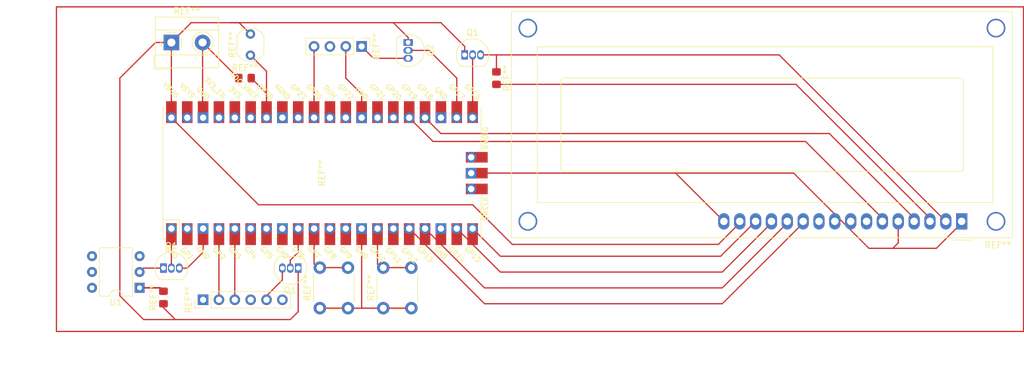
<source format=kicad_pcb>
(kicad_pcb (version 20211014) (generator pcbnew)
  (layers (0 "F.Cu" signal) (31 "B.Cu" signal) (34 "B.Paste" user) (35 "F.Paste" user) (36 "B.SilkS" user "B.Silkscreen") (37 "F.SilkS" user "F.Silkscreen") (38 "B.Mask" user) (39 "F.Mask" user) (44 "Edge.Cuts" user))
  (net 0 "")
  (footprint "Connector_PinHeader_2.54mm:PinHeader_1x04_P2.54mm_Vertical" (layer "F.Cu") (at 140.97 35.56 -90)
    (fp_text reference "REF**" (at 0 -2.33 90) (layer "F.SilkS"))
    (fp_text value "PinHeader_1x04_P2.54mm_Vertical")
    (fp_line (start -1.33 0) (end -1.33 -1.33) (layer "F.SilkS") (width 0.12))
    (fp_line (start -1.33 8.95) (end 1.33 8.95) (layer "F.SilkS") (width 0.12))
    (fp_line (start -1.33 1.27) (end -1.33 8.95) (layer "F.SilkS") (width 0.12))
    (fp_line (start -1.33 1.27) (end 1.33 1.27) (layer "F.SilkS") (width 0.12))
    (fp_line (start -1.33 -1.33) (end 0 -1.33) (layer "F.SilkS") (width 0.12))
    (fp_line (start 1.33 1.27) (end 1.33 8.95) (layer "F.SilkS") (width 0.12))
    (pad "1" thru_hole rect (at 0 0 270) (size 1.7 1.7) (drill 1) (layers F&B.Cu *.Mask))
    (pad "2" thru_hole oval (at 0 2.54 270) (size 1.7 1.7) (drill 1) (layers F&B.Cu *.Mask))
    (pad "3" thru_hole oval (at 0 5.08 270) (size 1.7 1.7) (drill 1) (layers F&B.Cu *.Mask))
    (pad "4" thru_hole oval (at 0 7.62 270) (size 1.7 1.7) (drill 1) (layers F&B.Cu *.Mask))
  )
  (footprint "TerminalBlock_MetzConnect:TerminalBlock_MetzConnect_Type055_RT01502HDWU_1x02_P5.00mm_Horizontal" (layer "F.Cu") (at 110.49 34.925)
    (fp_text reference "REF**" (at 2.5 -5.06) (layer "F.SilkS"))
    (fp_text value "TerminalBlock_MetzConnect_Type055_RT01502HDWU_1x02_P5.00mm_Horizontal")
    (fp_line (start -2.56 -4.06) (end 7.56 -4.06) (layer "F.SilkS") (width 0.12))
    (fp_line (start -2.56 -2) (end 7.56 -2) (layer "F.SilkS") (width 0.12))
    (fp_line (start -2.56 -4.06) (end -2.56 4.06) (layer "F.SilkS") (width 0.12))
    (fp_line (start 3.99 1.216) (end 3.931 1.274) (layer "F.SilkS") (width 0.12))
    (fp_line (start -2.56 2) (end 7.56 2) (layer "F.SilkS") (width 0.12))
    (fp_line (start -2.8 2.06) (end -2.8 4.3) (layer "F.SilkS") (width 0.12))
    (fp_line (start 6.07 -1.275) (end 6.011 -1.216) (layer "F.SilkS") (width 0.12))
    (fp_line (start -2.56 4.06) (end 7.56 4.06) (layer "F.SilkS") (width 0.12))
    (fp_line (start 3.82 0.976) (end 3.726 1.069) (layer "F.SilkS") (width 0.12))
    (fp_line (start -2.8 4.3) (end -0.8 4.3) (layer "F.SilkS") (width 0.12))
    (fp_line (start 7.56 -4.06) (end 7.56 4.06) (layer "F.SilkS") (width 0.12))
    (fp_line (start 6.275 -1.069) (end 6.181 -0.976) (layer "F.SilkS") (width 0.12))
    (fp_arc (start 1.483953 -0.789089) (mid 1.680708 -0.00005) (end 1.484 0.789) (layer "F.SilkS") (width 0.12))
    (fp_arc (start -1.483953 0.789089) (mid -1.680708 0.00005) (end -1.484 -0.789) (layer "F.SilkS") (width 0.12))
    (fp_arc (start 0.788712 1.483352) (mid 0.406429 1.630097) (end 0 1.68) (layer "F.SilkS") (width 0.12))
    (fp_arc (start 0.029383 1.68045) (mid -0.392304 1.634281) (end -0.789 1.484) (layer "F.SilkS") (width 0.12))
    (fp_arc (start -0.789089 -1.483953) (mid -0.00005 -1.680708) (end 0.789 -1.484) (layer "F.SilkS") (width 0.12))
    (fp_circle (center 5 0) (end 6.68 0) (layer "F.SilkS") (width 0.12) (fill none))
    (pad "1" thru_hole rect (at 0 0) (size 2.5 2.5) (drill 1.3) (layers F&B.Cu *.Mask))
    (pad "2" thru_hole circle (at 5 0) (size 2.5 2.5) (drill 1.3) (layers F&B.Cu *.Mask))
  )
  (footprint "Resistor_SMD:R_0805_2012Metric_Pad1.20x1.40mm_HandSolder" (layer "F.Cu") (at 109.22 75.835 90)
    (fp_text reference "REF**" (at 0 -1.65 90) (layer "F.SilkS"))
    (fp_text value ".")
    (fp_line (start -0.227064 0.735) (end 0.227064 0.735) (layer "F.SilkS") (width 0.12))
    (fp_line (start -0.227064 -0.735) (end 0.227064 -0.735) (layer "F.SilkS") (width 0.12))
    (pad "1" smd roundrect (at -1 0 90) (size 1.2 1.4) (layers "F.Cu" "F.Paste" "F.Mask") (roundrect_rratio 0.208333))
    (pad "2" smd roundrect (at 1 0 90) (size 1.2 1.4) (layers "F.Cu" "F.Paste" "F.Mask") (roundrect_rratio 0.208333))
  )
  (footprint "Button_Switch_THT:SW_PUSH_6mm_H5mm" (layer "F.Cu") (at 144.435 77.545 90)
    (fp_text reference "REF**" (at 3.25 -2 90) (layer "F.SilkS"))
    (fp_text value "SW_PUSH_6mm_H5mm")
    (fp_line (start 6.75 3) (end 6.75 1.5) (layer "F.SilkS") (width 0.12))
    (fp_line (start 5.5 -1) (end 1 -1) (layer "F.SilkS") (width 0.12))
    (fp_line (start -0.25 1.5) (end -0.25 3) (layer "F.SilkS") (width 0.12))
    (fp_line (start 1 5.5) (end 5.5 5.5) (layer "F.SilkS") (width 0.12))
    (pad "1" thru_hole circle (at 6.5 0 180) (size 2 2) (drill 1.1) (layers F&B.Cu *.Mask))
    (pad "1" thru_hole circle (at 0 0 180) (size 2 2) (drill 1.1) (layers F&B.Cu *.Mask))
    (pad "2" thru_hole circle (at 6.5 4.5 180) (size 2 2) (drill 1.1) (layers F&B.Cu *.Mask))
    (pad "2" thru_hole circle (at 0 4.5 180) (size 2 2) (drill 1.1) (layers F&B.Cu *.Mask))
  )
  (footprint "Package_TO_SOT_THT:TO-92_Inline" (layer "F.Cu") (at 130.81 71.12 180)
    (fp_text reference "Q1" (at 1.27 -3.56) (layer "F.SilkS"))
    (fp_text value "BC547")
    (fp_line (start -0.53 1.85) (end 3.07 1.85) (layer "F.SilkS") (width 0.12))
    (fp_arc (start 1.27 -2.6) (mid 3.672087 -0.994977) (end 3.108478 1.838478) (layer "F.SilkS") (width 0.12))
    (fp_arc (start -0.568478 1.838478) (mid -1.132087 -0.994977) (end 1.27 -2.6) (layer "F.SilkS") (width 0.12))
    (pad "1" thru_hole rect (at 0 0 180) (size 1.05 1.5) (drill 0.75) (layers F&B.Cu *.Mask))
    (pad "2" thru_hole oval (at 1.27 0 180) (size 1.05 1.5) (drill 0.75) (layers F&B.Cu *.Mask))
    (pad "3" thru_hole oval (at 2.54 0 180) (size 1.05 1.5) (drill 0.75) (layers F&B.Cu *.Mask))
  )
  (footprint "Connector_PinHeader_2.54mm:PinHeader_1x06_P2.54mm_Vertical" (layer "F.Cu") (at 115.57 76.2 90)
    (fp_text reference "REF**" (at 0 -2.33 90) (layer "F.SilkS"))
    (fp_text value "PinHeader_1x06_P2.54mm_Vertical")
    (fp_line (start -1.33 1.27) (end -1.33 14.03) (layer "F.SilkS") (width 0.12))
    (fp_line (start -1.33 14.03) (end 1.33 14.03) (layer "F.SilkS") (width 0.12))
    (fp_line (start -1.33 -1.33) (end 0 -1.33) (layer "F.SilkS") (width 0.12))
    (fp_line (start -1.33 0) (end -1.33 -1.33) (layer "F.SilkS") (width 0.12))
    (fp_line (start -1.33 1.27) (end 1.33 1.27) (layer "F.SilkS") (width 0.12))
    (fp_line (start 1.33 1.27) (end 1.33 14.03) (layer "F.SilkS") (width 0.12))
    (pad "1" thru_hole rect (at 0 0 90) (size 1.7 1.7) (drill 1) (layers F&B.Cu *.Mask))
    (pad "2" thru_hole oval (at 0 2.54 90) (size 1.7 1.7) (drill 1) (layers F&B.Cu *.Mask))
    (pad "3" thru_hole oval (at 0 5.08 90) (size 1.7 1.7) (drill 1) (layers F&B.Cu *.Mask))
    (pad "4" thru_hole oval (at 0 7.62 90) (size 1.7 1.7) (drill 1) (layers F&B.Cu *.Mask))
    (pad "5" thru_hole oval (at 0 10.16 90) (size 1.7 1.7) (drill 1) (layers F&B.Cu *.Mask))
    (pad "6" thru_hole oval (at 0 12.7 90) (size 1.7 1.7) (drill 1) (layers F&B.Cu *.Mask))
  )
  (footprint "Resistor_SMD:R_0805_2012Metric_Pad1.20x1.40mm_HandSolder" (layer "F.Cu") (at 122.285 40.64)
    (fp_text reference "REF**" (at 0 -1.65) (layer "F.SilkS"))
    (fp_text value ".")
    (fp_line (start -0.227064 -0.735) (end 0.227064 -0.735) (layer "F.SilkS") (width 0.12))
    (fp_line (start -0.227064 0.735) (end 0.227064 0.735) (layer "F.SilkS") (width 0.12))
    (pad "1" smd roundrect (at -1 0) (size 1.2 1.4) (layers "F.Cu" "F.Paste" "F.Mask") (roundrect_rratio 0.208333))
    (pad "2" smd roundrect (at 1 0) (size 1.2 1.4) (layers "F.Cu" "F.Paste" "F.Mask") (roundrect_rratio 0.208333))
  )
  (footprint "OptoDevice:R_LDR_5.1x4.3mm_P3.4mm_Vertical" (layer "F.Cu") (at 123.155 36.97 90)
    (fp_text reference "REF**" (at 1.7 -2.9 90) (layer "F.SilkS"))
    (fp_text value ".")
    (fp_line (start 0.15 -2.15) (end 3.2 -2.15) (layer "F.SilkS") (width 0.12))
    (fp_line (start 0.15 2.15) (end 3.2 2.15) (layer "F.SilkS") (width 0.12))
    (fp_arc (start 0.15 2.15) (mid -0.950438 -0.013368) (end 0.171766 -2.165525) (layer "F.SilkS") (width 0.12))
    (fp_arc (start 3.2 -2.15) (mid 4.321403 -0.027338) (end 3.244513 2.118249) (layer "F.SilkS") (width 0.12))
    (pad "1" thru_hole circle (at 0 0 90) (size 1.5 1.5) (drill 0.8) (layers F&B.Cu *.Mask))
    (pad "2" thru_hole circle (at 3.4 0 90) (size 1.5 1.5) (drill 0.8) (layers F&B.Cu *.Mask))
  )
  (footprint "Package_TO_SOT_THT:TO-92_Inline" (layer "F.Cu") (at 148.42 34.925 -90)
    (fp_text reference "Q2" (at 1.27 -3.56 90) (layer "F.SilkS"))
    (fp_text value "BC547")
    (fp_line (start -0.53 1.85) (end 3.07 1.85) (layer "F.SilkS") (width 0.12))
    (fp_arc (start -0.568478 1.838478) (mid -1.132087 -0.994977) (end 1.27 -2.6) (layer "F.SilkS") (width 0.12))
    (fp_arc (start 1.27 -2.6) (mid 3.672087 -0.994977) (end 3.108478 1.838478) (layer "F.SilkS") (width 0.12))
    (pad "1" thru_hole rect (at 0 0 270) (size 1.05 1.5) (drill 0.75) (layers F&B.Cu *.Mask))
    (pad "2" thru_hole oval (at 1.27 0 270) (size 1.05 1.5) (drill 0.75) (layers F&B.Cu *.Mask))
    (pad "3" thru_hole oval (at 2.54 0 270) (size 1.05 1.5) (drill 0.75) (layers F&B.Cu *.Mask))
  )
  (footprint "Display:WC1602A" (layer "F.Cu") (at 237.105 63.6175 180)
    (fp_text reference "REF**" (at -5.82 -3.81) (layer "F.SilkS"))
    (fp_text value "WC1602A")
    (fp_line (start -0.29972 22.49932) (end -0.29972 8.5) (layer "F.SilkS") (width 0.12))
    (fp_line (start 72.14 -2.64) (end -7.34 -2.64) (layer "F.SilkS") (width 0.12))
    (fp_line (start -5 3) (end 68 3) (layer "F.SilkS") (width 0.12))
    (fp_line (start -1.5 -3) (end 1.5 -3) (layer "F.SilkS") (width 0.12))
    (fp_line (start -8.14 -2.64) (end -8.14 33.64) (layer "F.SilkS") (width 0.12))
    (fp_line (start 68 3) (end 68 28) (layer "F.SilkS") (width 0.12))
    (fp_line (start 72.14 33.64) (end 72.14 -2.64) (layer "F.SilkS") (width 0.12))
    (fp_line (start -8.14 33.64) (end 72.14 33.64) (layer "F.SilkS") (width 0.12))
    (fp_line (start 0.2 8) (end 63.7 8) (layer "F.SilkS") (width 0.12))
    (fp_line (start 64.2 8.5) (end 64.2 22.5) (layer "F.SilkS") (width 0.12))
    (fp_line (start 68 28) (end -5 28) (layer "F.SilkS") (width 0.12))
    (fp_line (start -5 28) (end -5 3) (layer "F.SilkS") (width 0.12))
    (fp_line (start -8.13 -2.64) (end -7.34 -2.64) (layer "F.SilkS") (width 0.12))
    (fp_line (start 63.70066 23) (end 0.2 23) (layer "F.SilkS") (width 0.12))
    (fp_arc (start 0.20066 22.9997) (mid -0.153162 22.853142) (end -0.29972 22.49932) (layer "F.SilkS") (width 0.12))
    (fp_arc (start 63.7 8) (mid 64.053553 8.146447) (end 64.2 8.5) (layer "F.SilkS") (width 0.12))
    (fp_arc (start -0.29972 8.49884) (mid -0.153162 8.145018) (end 0.20066 7.99846) (layer "F.SilkS") (width 0.12))
    (fp_arc (start 64.20104 22.49932) (mid 64.054479 22.85315) (end 63.70066 22.9997) (layer "F.SilkS") (width 0.12))
    (pad "" thru_hole circle (at 69.5 0 180) (size 3 3) (drill 2.5) (layers *.Cu *.Mask))
    (pad "" thru_hole circle (at -5.4991 0 180) (size 3 3) (drill 2.5) (layers *.Cu *.Mask))
    (pad "" thru_hole circle (at 69.49948 31.0007 180) (size 3 3) (drill 2.5) (layers *.Cu *.Mask))
    (pad "" thru_hole circle (at -5.4991 31.0007 180) (size 3 3) (drill 2.5) (layers *.Cu *.Mask))
    (pad "1" thru_hole rect (at 0 0 180) (size 1.8 2.6) (drill 1.2) (layers *.Cu *.Mask))
    (pad "2" thru_hole oval (at 2.54 0 180) (size 1.8 2.6) (drill 1.2) (layers *.Cu *.Mask))
    (pad "3" thru_hole oval (at 5.08 0 180) (size 1.8 2.6) (drill 1.2) (layers *.Cu *.Mask))
    (pad "4" thru_hole oval (at 7.62 0 180) (size 1.8 2.6) (drill 1.2) (layers *.Cu *.Mask))
    (pad "5" thru_hole oval (at 10.16 0 180) (size 1.8 2.6) (drill 1.2) (layers *.Cu *.Mask))
    (pad "6" thru_hole oval (at 12.7 0 180) (size 1.8 2.6) (drill 1.2) (layers *.Cu *.Mask))
    (pad "7" thru_hole oval (at 15.24 0 180) (size 1.8 2.6) (drill 1.2) (layers *.Cu *.Mask))
    (pad "8" thru_hole oval (at 17.78 0 180) (size 1.8 2.6) (drill 1.2) (layers *.Cu *.Mask))
    (pad "9" thru_hole oval (at 20.32 0 180) (size 1.8 2.6) (drill 1.2) (layers *.Cu *.Mask))
    (pad "10" thru_hole oval (at 22.86 0 180) (size 1.8 2.6) (drill 1.2) (layers *.Cu *.Mask))
    (pad "11" thru_hole oval (at 25.4 0 180) (size 1.8 2.6) (drill 1.2) (layers *.Cu *.Mask))
    (pad "12" thru_hole oval (at 27.94 0 180) (size 1.8 2.6) (drill 1.2) (layers *.Cu *.Mask))
    (pad "13" thru_hole oval (at 30.48 0 180) (size 1.8 2.6) (drill 1.2) (layers *.Cu *.Mask))
    (pad "14" thru_hole oval (at 33.02 0 180) (size 1.8 2.6) (drill 1.2) (layers *.Cu *.Mask))
    (pad "15" thru_hole oval (at 35.56 0 180) (size 1.8 2.6) (drill 1.2) (layers *.Cu *.Mask))
    (pad "16" thru_hole oval (at 38.1 0 180) (size 1.8 2.6) (drill 1.2) (layers *.Cu *.Mask))
  )
  (footprint "Package_TO_SOT_THT:TO-92_Inline" (layer "F.Cu") (at 157.48 36.915)
    (fp_text reference "Q1" (at 1.27 -3.56) (layer "F.SilkS"))
    (fp_text value "BC547")
    (fp_line (start -0.53 1.85) (end 3.07 1.85) (layer "F.SilkS") (width 0.12))
    (fp_arc (start -0.568478 1.838478) (mid -1.132087 -0.994977) (end 1.27 -2.6) (layer "F.SilkS") (width 0.12))
    (fp_arc (start 1.27 -2.6) (mid 3.672087 -0.994977) (end 3.108478 1.838478) (layer "F.SilkS") (width 0.12))
    (pad "1" thru_hole rect (at 0 0) (size 1.05 1.5) (drill 0.75) (layers F&B.Cu *.Mask))
    (pad "2" thru_hole oval (at 1.27 0) (size 1.05 1.5) (drill 0.75) (layers F&B.Cu *.Mask))
    (pad "3" thru_hole oval (at 2.54 0) (size 1.05 1.5) (drill 0.75) (layers F&B.Cu *.Mask))
  )
  (footprint "MCU_RaspberryPi_and_Boards:RPi_Pico_SMD_TH" (layer "F.Cu") (at 134.62 55.88 90)
    (fp_text reference "REF**" (at 0 0 90) (layer "F.SilkS"))
    (fp_text value "RPi_Pico_SMD_TH")
    (fp_text user "GP13" (at -13.054 16.51 135) (layer "F.SilkS") (effects (font (size 0.8 0.8))))
    (fp_text user "VBUS" (at 13.3 -24.2 135) (layer "F.SilkS") (effects (font (size 0.8 0.8))))
    (fp_text user "GP7" (at -12.7 -1.3 135) (layer "F.SilkS") (effects (font (size 0.8 0.8))))
    (fp_text user "ADC_VREF" (at 14 -12.5 135) (layer "F.SilkS") (effects (font (size 0.8 0.8))))
    (fp_text user "GP15" (at -13.054 24.13 135) (layer "F.SilkS") (effects (font (size 0.8 0.8))))
    (fp_text user "GND" (at 12.8 19.05 135) (layer "F.SilkS") (effects (font (size 0.8 0.8))))
    (fp_text user "GP14" (at -13.1 21.59 135) (layer "F.SilkS") (effects (font (size 0.8 0.8))))
    (fp_text user "GND" (at 12.8 -19.05 135) (layer "F.SilkS") (effects (font (size 0.8 0.8))))
    (fp_text user "GND" (at -12.8 -19.05 135) (layer "F.SilkS") (effects (font (size 0.8 0.8))))
    (fp_text user "GP6" (at -12.8 -3.81 135) (layer "F.SilkS") (effects (font (size 0.8 0.8))))
    (fp_text user "GP4" (at -12.8 -11.43 135) (layer "F.SilkS") (effects (font (size 0.8 0.8))))
    (fp_text user "GP18" (at 13.054 16.51 135) (layer "F.SilkS") (effects (font (size 0.8 0.8))))
    (fp_text user "GP3" (at -12.8 -13.97 135) (layer "F.SilkS") (effects (font (size 0.8 0.8))))
    (fp_text user "GP19" (at 13.054 13.97 135) (layer "F.SilkS") (effects (font (size 0.8 0.8))))
    (fp_text user "GP9" (at -12.8 3.81 135) (layer "F.SilkS") (effects (font (size 0.8 0.8))))
    (fp_text user "GP28" (at 13.054 -9.144 135) (layer "F.SilkS") (effects (font (size 0.8 0.8))))
    (fp_text user "GP26" (at 13.054 -1.27 135) (layer "F.SilkS") (effects (font (size 0.8 0.8))))
    (fp_text user "GP16" (at 13.054 24.13 135) (layer "F.SilkS") (effects (font (size 0.8 0.8))))
    (fp_text user "GP12" (at -13.2 13.97 135) (layer "F.SilkS") (effects (font (size 0.8 0.8))))
    (fp_text user "VSYS" (at 13.2 -21.59 135) (layer "F.SilkS") (effects (font (size 0.8 0.8))))
    (fp_text user "GP22" (at 13.054 3.81 135) (layer "F.SilkS") (effects (font (size 0.8 0.8))))
    (fp_text user "GP5" (at -12.8 -8.89 135) (layer "F.SilkS") (effects (font (size 0.8 0.8))))
    (fp_text user "3V3" (at 12.9 -13.9 135) (layer "F.SilkS") (effects (font (size 0.8 0.8))))
    (fp_text user "GP1" (at -12.9 -21.6 135) (layer "F.SilkS") (effects (font (size 0.8 0.8))))
    (fp_text user "GP2" (at -12.9 -16.51 135) (layer "F.SilkS") (effects (font (size 0.8 0.8))))
    (fp_text user "GP17" (at 13.054 21.59 135) (layer "F.SilkS") (effects (font (size 0.8 0.8))))
    (fp_text user "GND" (at -12.8 6.35 135) (layer "F.SilkS") (effects (font (size 0.8 0.8))))
    (fp_text user "RUN" (at 13 1.27 135) (layer "F.SilkS") (effects (font (size 0.8 0.8))))
    (fp_text user "GP27" (at 13.054 -3.8 135) (layer "F.SilkS") (effects (font (size 0.8 0.8))))
    (fp_text user "GP0" (at -12.8 -24.13 135) (layer "F.SilkS") (effects (font (size 0.8 0.8))))
    (fp_text user "GP8" (at -12.8 1.27 135) (layer "F.SilkS") (effects (font (size 0.8 0.8))))
    (fp_text user "GP21" (at 13.054 8.9 135) (layer "F.SilkS") (effects (font (size 0.8 0.8))))
    (fp_text user "SWDIO" (at 5.6 26.2 90) (layer "F.SilkS") (effects (font (size 0.8 0.8))))
    (fp_text user "GP20" (at 13.054 11.43 135) (layer "F.SilkS") (effects (font (size 0.8 0.8))))
    (fp_text user "GND" (at 12.8 6.35 135) (layer "F.SilkS") (effects (font (size 0.8 0.8))))
    (fp_text user "GP11" (at -13.2 11.43 135) (layer "F.SilkS") (effects (font (size 0.8 0.8))))
    (fp_text user "GP10" (at -13.054 8.89 135) (layer "F.SilkS") (effects (font (size 0.8 0.8))))
    (fp_text user "GND" (at -12.8 -6.35 135) (layer "F.SilkS") (effects (font (size 0.8 0.8))))
    (fp_text user "AGND" (at 13.054 -6.35 135) (layer "F.SilkS") (effects (font (size 0.8 0.8))))
    (fp_text user "SWCLK" (at -5.7 26.2 90) (layer "F.SilkS") (effects (font (size 0.8 0.8))))
    (fp_text user "GND" (at -12.8 19.05 135) (layer "F.SilkS") (effects (font (size 0.8 0.8))))
    (fp_text user "3V3_EN" (at 13.7 -17.2 135) (layer "F.SilkS") (effects (font (size 0.8 0.8))))
    (fp_line (start -10.5 -23.1) (end -10.5 -22.7) (layer "F.SilkS") (width 0.12))
    (fp_line (start -7.493 -22.833) (end -7.493 -25.5) (layer "F.SilkS") (width 0.12))
    (fp_line (start 10.5 -2.7) (end 10.5 -2.3) (layer "F.SilkS") (width 0.12))
    (fp_line (start 10.5 -10.4) (end 10.5 -10) (layer "F.SilkS") (width 0.12))
    (fp_line (start -10.5 -18) (end -10.5 -17.6) (layer "F.SilkS") (width 0.12))
    (fp_line (start 10.5 -15.4) (end 10.5 -15) (layer "F.SilkS") (width 0.12))
    (fp_line (start 10.5 15.1) (end 10.5 15.5) (layer "F.SilkS") (width 0.12))
    (fp_line (start 10.5 -20.5) (end 10.5 -20.1) (layer "F.SilkS") (width 0.12))
    (fp_line (start -10.5 -22.833) (end -7.493 -22.833) (layer "F.SilkS") (width 0.12))
    (fp_line (start -10.5 -0.2) (end -10.5 0.2) (layer "F.SilkS") (width 0.12))
    (fp_line (start 10.5 2.3) (end 10.5 2.7) (layer "F.SilkS") (width 0.12))
    (fp_line (start 10.5 -5.3) (end 10.5 -4.9) (layer "F.SilkS") (width 0.12))
    (fp_line (start -10.5 17.6) (end -10.5 18) (layer "F.SilkS") (width 0.12))
    (fp_line (start 10.5 -23.1) (end 10.5 -22.7) (layer "F.SilkS") (width 0.12))
    (fp_line (start 10.5 -25.5) (end 10.5 -25.2) (layer "F.SilkS") (width 0.12))
    (fp_line (start -10.5 -25.5) (end -10.5 -25.2) (layer "F.SilkS") (width 0.12))
    (fp_line (start 10.5 17.6) (end 10.5 18) (layer "F.SilkS") (width 0.12))
    (fp_line (start -3.7 25.5) (end -10.5 25.5) (layer "F.SilkS") (width 0.12))
    (fp_line (start -10.5 -2.7) (end -10.5 -2.3) (layer "F.SilkS") (width 0.12))
    (fp_line (start 10.5 -12.9) (end 10.5 -12.5) (layer "F.SilkS") (width 0.12))
    (fp_line (start -10.5 -12.9) (end -10.5 -12.5) (layer "F.SilkS") (width 0.12))
    (fp_line (start -10.5 -20.5) (end -10.5 -20.1) (layer "F.SilkS") (width 0.12))
    (fp_line (start -10.5 -25.5) (end 10.5 -25.5) (layer "F.SilkS") (width 0.12))
    (fp_line (start 10.5 7.4) (end 10.5 7.8) (layer "F.SilkS") (width 0.12))
    (fp_line (start 10.5 -7.8) (end 10.5 -7.4) (layer "F.SilkS") (width 0.12))
    (fp_line (start -10.5 10) (end -10.5 10.4) (layer "F.SilkS") (width 0.12))
    (fp_line (start -10.5 -10.4) (end -10.5 -10) (layer "F.SilkS") (width 0.12))
    (fp_line (start 10.5 4.9) (end 10.5 5.3) (layer "F.SilkS") (width 0.12))
    (fp_line (start 10.5 -0.2) (end 10.5 0.2) (layer "F.SilkS") (width 0.12))
    (fp_line (start 10.5 10) (end 10.5 10.4) (layer "F.SilkS") (width 0.12))
    (fp_line (start -1.5 25.5) (end -1.1 25.5) (layer "F.SilkS") (width 0.12))
    (fp_line (start -10.5 -15.4) (end -10.5 -15) (layer "F.SilkS") (width 0.12))
    (fp_line (start 10.5 -18) (end 10.5 -17.6) (layer "F.SilkS") (width 0.12))
    (fp_line (start -10.5 2.3) (end -10.5 2.7) (layer "F.SilkS") (width 0.12))
    (fp_line (start -10.5 -7.8) (end -10.5 -7.4) (layer "F.SilkS") (width 0.12))
    (fp_line (start 10.5 22.7) (end 10.5 23.1) (layer "F.SilkS") (width 0.12))
    (fp_line (start -10.5 7.4) (end -10.5 7.8) (layer "F.SilkS") (width 0.12))
    (fp_line (start 10.5 25.5) (end 3.7 25.5) (layer "F.SilkS") (width 0.12))
    (fp_line (start -10.5 -5.3) (end -10.5 -4.9) (layer "F.SilkS") (width 0.12))
    (fp_line (start 10.5 20.1) (end 10.5 20.5) (layer "F.SilkS") (width 0.12))
    (fp_line (start -10.5 20.1) (end -10.5 20.5) (layer "F.SilkS") (width 0.12))
    (fp_line (start -10.5 15.1) (end -10.5 15.5) (layer "F.SilkS") (width 0.12))
    (fp_line (start 1.1 25.5) (end 1.5 25.5) (layer "F.SilkS") (width 0.12))
    (fp_line (start -10.5 4.9) (end -10.5 5.3) (layer "F.SilkS") (width 0.12))
    (fp_line (start -10.5 22.7) (end -10.5 23.1) (layer "F.SilkS") (width 0.12))
    (fp_line (start 10.5 12.5) (end 10.5 12.9) (layer "F.SilkS") (width 0.12))
    (fp_line (start -10.5 12.5) (end -10.5 12.9) (layer "F.SilkS") (width 0.12))
    (pad "" np_thru_hole oval (at 2.725 -24 90) (size 1.8 1.8) (drill 1.8) (layers *.Cu *.Mask))
    (pad "" np_thru_hole oval (at -2.725 -24 90) (size 1.8 1.8) (drill 1.8) (layers *.Cu *.Mask))
    (pad "" np_thru_hole oval (at 2.425 -20.97 90) (size 1.5 1.5) (drill 1.5) (layers *.Cu *.Mask))
    (pad "" np_thru_hole oval (at -2.425 -20.97 90) (size 1.5 1.5) (drill 1.5) (layers *.Cu *.Mask))
    (pad "1" smd rect (at -8.89 -24.13 90) (size 3.5 1.7) (drill (offset -0.9 0)) (layers "F.Cu" "F.Mask"))
    (pad "1" thru_hole oval (at -8.89 -24.13 90) (size 1.7 1.7) (drill 1.02) (layers *.Cu *.Mask))
    (pad "2" smd rect (at -8.89 -21.59 90) (size 3.5 1.7) (drill (offset -0.9 0)) (layers "F.Cu" "F.Mask"))
    (pad "2" thru_hole oval (at -8.89 -21.59 90) (size 1.7 1.7) (drill 1.02) (layers *.Cu *.Mask))
    (pad "3" smd rect (at -8.89 -19.05 90) (size 3.5 1.7) (drill (offset -0.9 0)) (layers "F.Cu" "F.Mask"))
    (pad "3" thru_hole rect (at -8.89 -19.05 90) (size 1.7 1.7) (drill 1.02) (layers *.Cu *.Mask))
    (pad "4" thru_hole oval (at -8.89 -16.51 90) (size 1.7 1.7) (drill 1.02) (layers *.Cu *.Mask))
    (pad "4" smd rect (at -8.89 -16.51 90) (size 3.5 1.7) (drill (offset -0.9 0)) (layers "F.Cu" "F.Mask"))
    (pad "5" thru_hole oval (at -8.89 -13.97 90) (size 1.7 1.7) (drill 1.02) (layers *.Cu *.Mask))
    (pad "5" smd rect (at -8.89 -13.97 90) (size 3.5 1.7) (drill (offset -0.9 0)) (layers "F.Cu" "F.Mask"))
    (pad "6" thru_hole oval (at -8.89 -11.43 90) (size 1.7 1.7) (drill 1.02) (layers *.Cu *.Mask))
    (pad "6" smd rect (at -8.89 -11.43 90) (size 3.5 1.7) (drill (offset -0.9 0)) (layers "F.Cu" "F.Mask"))
    (pad "7" thru_hole oval (at -8.89 -8.89 90) (size 1.7 1.7) (drill 1.02) (layers *.Cu *.Mask))
    (pad "7" smd rect (at -8.89 -8.89 90) (size 3.5 1.7) (drill (offset -0.9 0)) (layers "F.Cu" "F.Mask"))
    (pad "8" smd rect (at -8.89 -6.35 90) (size 3.5 1.7) (drill (offset -0.9 0)) (layers "F.Cu" "F.Mask"))
    (pad "8" thru_hole rect (at -8.89 -6.35 90) (size 1.7 1.7) (drill 1.02) (layers *.Cu *.Mask))
    (pad "9" smd rect (at -8.89 -3.81 90) (size 3.5 1.7) (drill (offset -0.9 0)) (layers "F.Cu" "F.Mask"))
    (pad "9" thru_hole oval (at -8.89 -3.81 90) (size 1.7 1.7) (drill 1.02) (layers *.Cu *.Mask))
    (pad "10" thru_hole oval (at -8.89 -1.27 90) (size 1.7 1.7) (drill 1.02) (layers *.Cu *.Mask))
    (pad "10" smd rect (at -8.89 -1.27 90) (size 3.5 1.7) (drill (offset -0.9 0)) (layers "F.Cu" "F.Mask"))
    (pad "11" thru_hole oval (at -8.89 1.27 90) (size 1.7 1.7) (drill 1.02) (layers *.Cu *.Mask))
    (pad "11" smd rect (at -8.89 1.27 90) (size 3.5 1.7) (drill (offset -0.9 0)) (layers "F.Cu" "F.Mask"))
    (pad "12" smd rect (at -8.89 3.81 90) (size 3.5 1.7) (drill (offset -0.9 0)) (layers "F.Cu" "F.Mask"))
    (pad "12" thru_hole oval (at -8.89 3.81 90) (size 1.7 1.7) (drill 1.02) (layers *.Cu *.Mask))
    (pad "13" thru_hole rect (at -8.89 6.35 90) (size 1.7 1.7) (drill 1.02) (layers *.Cu *.Mask))
    (pad "13" smd rect (at -8.89 6.35 90) (size 3.5 1.7) (drill (offset -0.9 0)) (layers "F.Cu" "F.Mask"))
    (pad "14" thru_hole oval (at -8.89 8.89 90) (size 1.7 1.7) (drill 1.02) (layers *.Cu *.Mask))
    (pad "14" smd rect (at -8.89 8.89 90) (size 3.5 1.7) (drill (offset -0.9 0)) (layers "F.Cu" "F.Mask"))
    (pad "15" smd rect (at -8.89 11.43 90) (size 3.5 1.7) (drill (offset -0.9 0)) (layers "F.Cu" "F.Mask"))
    (pad "15" thru_hole oval (at -8.89 11.43 90) (size 1.7 1.7) (drill 1.02) (layers *.Cu *.Mask))
    (pad "16" thru_hole oval (at -8.89 13.97 90) (size 1.7 1.7) (drill 1.02) (layers *.Cu *.Mask))
    (pad "16" smd rect (at -8.89 13.97 90) (size 3.5 1.7) (drill (offset -0.9 0)) (layers "F.Cu" "F.Mask"))
    (pad "17" smd rect (at -8.89 16.51 90) (size 3.5 1.7) (drill (offset -0.9 0)) (layers "F.Cu" "F.Mask"))
    (pad "17" thru_hole oval (at -8.89 16.51 90) (size 1.7 1.7) (drill 1.02) (layers *.Cu *.Mask))
    (pad "18" thru_hole rect (at -8.89 19.05 90) (size 1.7 1.7) (drill 1.02) (layers *.Cu *.Mask))
    (pad "18" smd rect (at -8.89 19.05 90) (size 3.5 1.7) (drill (offset -0.9 0)) (layers "F.Cu" "F.Mask"))
    (pad "19" smd rect (at -8.89 21.59 90) (size 3.5 1.7) (drill (offset -0.9 0)) (layers "F.Cu" "F.Mask"))
    (pad "19" thru_hole oval (at -8.89 21.59 90) (size 1.7 1.7) (drill 1.02) (layers *.Cu *.Mask))
    (pad "20" smd rect (at -8.89 24.13 90) (size 3.5 1.7) (drill (offset -0.9 0)) (layers "F.Cu" "F.Mask"))
    (pad "20" thru_hole oval (at -8.89 24.13 90) (size 1.7 1.7) (drill 1.02) (layers *.Cu *.Mask))
    (pad "21" thru_hole oval (at 8.89 24.13 90) (size 1.7 1.7) (drill 1.02) (layers *.Cu *.Mask))
    (pad "21" smd rect (at 8.89 24.13 90) (size 3.5 1.7) (drill (offset 0.9 0)) (layers "F.Cu" "F.Mask"))
    (pad "22" thru_hole oval (at 8.89 21.59 90) (size 1.7 1.7) (drill 1.02) (layers *.Cu *.Mask))
    (pad "22" smd rect (at 8.89 21.59 90) (size 3.5 1.7) (drill (offset 0.9 0)) (layers "F.Cu" "F.Mask"))
    (pad "23" thru_hole rect (at 8.89 19.05 90) (size 1.7 1.7) (drill 1.02) (layers *.Cu *.Mask))
    (pad "23" smd rect (at 8.89 19.05 90) (size 3.5 1.7) (drill (offset 0.9 0)) (layers "F.Cu" "F.Mask"))
    (pad "24" smd rect (at 8.89 16.51 90) (size 3.5 1.7) (drill (offset 0.9 0)) (layers "F.Cu" "F.Mask"))
    (pad "24" thru_hole oval (at 8.89 16.51 90) (size 1.7 1.7) (drill 1.02) (layers *.Cu *.Mask))
    (pad "25" smd rect (at 8.89 13.97 90) (size 3.5 1.7) (drill (offset 0.9 0)) (layers "F.Cu" "F.Mask"))
    (pad "25" thru_hole oval (at 8.89 13.97 90) (size 1.7 1.7) (drill 1.02) (layers *.Cu *.Mask))
    (pad "26" smd rect (at 8.89 11.43 90) (size 3.5 1.7) (drill (offset 0.9 0)) (layers "F.Cu" "F.Mask"))
    (pad "26" thru_hole oval (at 8.89 11.43 90) (size 1.7 1.7) (drill 1.02) (layers *.Cu *.Mask))
    (pad "27" thru_hole oval (at 8.89 8.89 90) (size 1.7 1.7) (drill 1.02) (layers *.Cu *.Mask))
    (pad "27" smd rect (at 8.89 8.89 90) (size 3.5 1.7) (drill (offset 0.9 0)) (layers "F.Cu" "F.Mask"))
    (pad "28" smd rect (at 8.89 6.35 90) (size 3.5 1.7) (drill (offset 0.9 0)) (layers "F.Cu" "F.Mask"))
    (pad "28" thru_hole rect (at 8.89 6.35 90) (size 1.7 1.7) (drill 1.02) (layers *.Cu *.Mask))
    (pad "29" smd rect (at 8.89 3.81 90) (size 3.5 1.7) (drill (offset 0.9 0)) (layers "F.Cu" "F.Mask"))
    (pad "29" thru_hole oval (at 8.89 3.81 90) (size 1.7 1.7) (drill 1.02) (layers *.Cu *.Mask))
    (pad "30" thru_hole oval (at 8.89 1.27 90) (size 1.7 1.7) (drill 1.02) (layers *.Cu *.Mask))
    (pad "30" smd rect (at 8.89 1.27 90) (size 3.5 1.7) (drill (offset 0.9 0)) (layers "F.Cu" "F.Mask"))
    (pad "31" smd rect (at 8.89 -1.27 90) (size 3.5 1.7) (drill (offset 0.9 0)) (layers "F.Cu" "F.Mask"))
    (pad "31" thru_hole oval (at 8.89 -1.27 90) (size 1.7 1.7) (drill 1.02) (layers *.Cu *.Mask))
    (pad "32" smd rect (at 8.89 -3.81 90) (size 3.5 1.7) (drill (offset 0.9 0)) (layers "F.Cu" "F.Mask"))
    (pad "32" thru_hole oval (at 8.89 -3.81 90) (size 1.7 1.7) (drill 1.02) (layers *.Cu *.Mask))
    (pad "33" thru_hole rect (at 8.89 -6.35 90) (size 1.7 1.7) (drill 1.02) (layers *.Cu *.Mask))
    (pad "33" smd rect (at 8.89 -6.35 90) (size 3.5 1.7) (drill (offset 0.9 0)) (layers "F.Cu" "F.Mask"))
    (pad "34" thru_hole oval (at 8.89 -8.89 90) (size 1.7 1.7) (drill 1.02) (layers *.Cu *.Mask))
    (pad "34" smd rect (at 8.89 -8.89 90) (size 3.5 1.7) (drill (offset 0.9 0)) (layers "F.Cu" "F.Mask"))
    (pad "35" smd rect (at 8.89 -11.43 90) (size 3.5 1.7) (drill (offset 0.9 0)) (layers "F.Cu" "F.Mask"))
    (pad "35" thru_hole oval (at 8.89 -11.43 90) (size 1.7 1.7) (drill 1.02) (layers *.Cu *.Mask))
    (pad "36" smd rect (at 8.89 -13.97 90) (size 3.5 1.7) (drill (offset 0.9 0)) (layers "F.Cu" "F.Mask"))
    (pad "36" thru_hole oval (at 8.89 -13.97 90) (size 1.7 1.7) (drill 1.02) (layers *.Cu *.Mask))
    (pad "37" thru_hole oval (at 8.89 -16.51 90) (size 1.7 1.7) (drill 1.02) (layers *.Cu *.Mask))
    (pad "37" smd rect (at 8.89 -16.51 90) (size 3.5 1.7) (drill (offset 0.9 0)) (layers "F.Cu" "F.Mask"))
    (pad "38" smd rect (at 8.89 -19.05 90) (size 3.5 1.7) (drill (offset 0.9 0)) (layers "F.Cu" "F.Mask"))
    (pad "38" thru_hole rect (at 8.89 -19.05 90) (size 1.7 1.7) (drill 1.02) (layers *.Cu *.Mask))
    (pad "39" smd rect (at 8.89 -21.59 90) (size 3.5 1.7) (drill (offset 0.9 0)) (layers "F.Cu" "F.Mask"))
    (pad "39" thru_hole oval (at 8.89 -21.59 90) (size 1.7 1.7) (drill 1.02) (layers *.Cu *.Mask))
    (pad "40" thru_hole oval (at 8.89 -24.13 90) (size 1.7 1.7) (drill 1.02) (layers *.Cu *.Mask))
    (pad "40" smd rect (at 8.89 -24.13 90) (size 3.5 1.7) (drill (offset 0.9 0)) (layers "F.Cu" "F.Mask"))
    (pad "41" thru_hole oval (at -2.54 23.9 90) (size 1.7 1.7) (drill 1.02) (layers *.Cu *.Mask))
    (pad "41" smd rect (at -2.54 23.9 180) (size 3.5 1.7) (drill (offset -0.9 0)) (layers "F.Cu" "F.Mask"))
    (pad "42" smd rect (at 0 23.9 180) (size 3.5 1.7) (drill (offset -0.9 0)) (layers "F.Cu" "F.Mask"))
    (pad "42" thru_hole rect (at 0 23.9 90) (size 1.7 1.7) (drill 1.02) (layers *.Cu *.Mask))
    (pad "43" thru_hole oval (at 2.54 23.9 90) (size 1.7 1.7) (drill 1.02) (layers *.Cu *.Mask))
    (pad "43" smd rect (at 2.54 23.9 180) (size 3.5 1.7) (drill (offset -0.9 0)) (layers "F.Cu" "F.Mask"))
  )
  (footprint "Package_TO_SOT_THT:TO-92_Inline" (layer "F.Cu") (at 109.22 71.12)
    (fp_text reference "Q1" (at 1.27 -3.56) (layer "F.SilkS"))
    (fp_text value "BC547")
    (fp_line (start -0.53 1.85) (end 3.07 1.85) (layer "F.SilkS") (width 0.12))
    (fp_arc (start 1.27 -2.6) (mid 3.672087 -0.994977) (end 3.108478 1.838478) (layer "F.SilkS") (width 0.12))
    (fp_arc (start -0.568478 1.838478) (mid -1.132087 -0.994977) (end 1.27 -2.6) (layer "F.SilkS") (width 0.12))
    (pad "1" thru_hole rect (at 0 0) (size 1.05 1.5) (drill 0.75) (layers F&B.Cu *.Mask))
    (pad "2" thru_hole oval (at 1.27 0) (size 1.05 1.5) (drill 0.75) (layers F&B.Cu *.Mask))
    (pad "3" thru_hole oval (at 2.54 0) (size 1.05 1.5) (drill 0.75) (layers F&B.Cu *.Mask))
  )
  (footprint "Resistor_SMD:R_0805_2012Metric_Pad1.20x1.40mm_HandSolder" (layer "F.Cu") (at 162.57 40.64 -90)
    (fp_text reference "REF**" (at 0 -1.65 90) (layer "F.SilkS"))
    (fp_text value ".")
    (fp_line (start -0.227064 0.735) (end 0.227064 0.735) (layer "F.SilkS") (width 0.12))
    (fp_line (start -0.227064 -0.735) (end 0.227064 -0.735) (layer "F.SilkS") (width 0.12))
    (pad "1" smd roundrect (at -1 0 270) (size 1.2 1.4) (layers "F.Cu" "F.Paste" "F.Mask") (roundrect_rratio 0.208333))
    (pad "2" smd roundrect (at 1 0 270) (size 1.2 1.4) (layers "F.Cu" "F.Paste" "F.Mask") (roundrect_rratio 0.208333))
  )
  (footprint "Package_DIP:DIP-6_W7.62mm" (layer "F.Cu") (at 105.4 74.28 180)
    (fp_text reference "U1" (at 3.81 -2.33) (layer "F.SilkS"))
    (fp_text value "4N25")
    (fp_line (start 6.46 -1.33) (end 4.81 -1.33) (layer "F.SilkS") (width 0.12))
    (fp_line (start 2.81 -1.33) (end 1.16 -1.33) (layer "F.SilkS") (width 0.12))
    (fp_line (start 1.16 6.41) (end 6.46 6.41) (layer "F.SilkS") (width 0.12))
    (fp_line (start 6.46 6.41) (end 6.46 -1.33) (layer "F.SilkS") (width 0.12))
    (fp_line (start 1.16 -1.33) (end 1.16 6.41) (layer "F.SilkS") (width 0.12))
    (fp_arc (start 4.81 -1.33) (mid 3.81 -0.33) (end 2.81 -1.33) (layer "F.SilkS") (width 0.12))
    (pad "1" thru_hole rect (at 0 0 180) (size 1.6 1.6) (drill 0.8) (layers F&B.Cu *.Mask))
    (pad "2" thru_hole oval (at 0 2.54 180) (size 1.6 1.6) (drill 0.8) (layers F&B.Cu *.Mask))
    (pad "3" thru_hole oval (at 0 5.08 180) (size 1.6 1.6) (drill 0.8) (layers F&B.Cu *.Mask))
    (pad "4" thru_hole oval (at 7.62 5.08 180) (size 1.6 1.6) (drill 0.8) (layers F&B.Cu *.Mask))
    (pad "5" thru_hole oval (at 7.62 2.54 180) (size 1.6 1.6) (drill 0.8) (layers F&B.Cu *.Mask))
    (pad "6" thru_hole oval (at 7.62 0 180) (size 1.6 1.6) (drill 0.8) (layers F&B.Cu *.Mask))
  )
  (footprint "Button_Switch_THT:SW_PUSH_6mm_H5mm" (layer "F.Cu") (at 134.275 77.545 90)
    (fp_text reference "REF**" (at 3.25 -2 90) (layer "F.SilkS"))
    (fp_text value "SW_PUSH_6mm_H5mm")
    (fp_line (start 6.75 3) (end 6.75 1.5) (layer "F.SilkS") (width 0.12))
    (fp_line (start 5.5 -1) (end 1 -1) (layer "F.SilkS") (width 0.12))
    (fp_line (start -0.25 1.5) (end -0.25 3) (layer "F.SilkS") (width 0.12))
    (fp_line (start 1 5.5) (end 5.5 5.5) (layer "F.SilkS") (width 0.12))
    (pad "1" thru_hole circle (at 6.5 0 180) (size 2 2) (drill 1.1) (layers F&B.Cu *.Mask))
    (pad "1" thru_hole circle (at 0 0 180) (size 2 2) (drill 1.1) (layers F&B.Cu *.Mask))
    (pad "2" thru_hole circle (at 6.5 4.5 180) (size 2 2) (drill 1.1) (layers F&B.Cu *.Mask))
    (pad "2" thru_hole circle (at 0 4.5 180) (size 2 2) (drill 1.1) (layers F&B.Cu *.Mask))
  )
  (gr_line (start 92.075 81.28) (end 92.075 29.21) (layer "F.Cu") (width 0.2))
  (gr_line (start 247.015 29.21) (end 247.015 81.28) (layer "F.Cu") (width 0.2))
  (gr_line (start 92.075 29.21) (end 247.015 29.21) (layer "F.Cu") (width 0.2))
  (gr_line (start 247.015 81.28) (end 92.075 81.28) (layer "F.Cu") (width 0.2))
  (segment (start 224.405 62.48) (end 224.405 63.6175) (width 0.2) (layer "F.Cu") (net 0))
  (segment (start 148.42 37.465) (end 142.875 37.465) (width 0.2) (layer "F.Cu") (net 0))
  (segment (start 111.125 79.375) (end 109.22 77.47) (width 0.2) (layer "F.Cu") (net 0))
  (segment (start 222.25 67.945) (end 226.06 67.945) (width 0.2) (layer "F.Cu") (net 0))
  (segment (start 143.51 70.485) (end 144.07 71.045) (width 0.2) (layer "F.Cu") (net 0))
  (segment (start 226.945 63.6175) (end 226.945 62.48) (width 0.2) (layer "F.Cu") (net 0))
  (segment (start 115.57 68.58) (end 115.57 64.77) (width 0.2) (layer "F.Cu") (net 0))
  (segment (start 109.22 77.47) (end 109.22 76.835) (width 0.2) (layer "F.Cu") (net 0))
  (segment (start 125.73 43.085) (end 125.73 43.18) (width 0.2) (layer "F.Cu") (net 0))
  (segment (start 123.285 40.64) (end 125.73 43.085) (width 0.2) (layer "F.Cu") (net 0))
  (segment (start 129.54 71.12) (end 129.54 69.85) (width 0.2) (layer "F.Cu") (net 0))
  (segment (start 226.06 67.945) (end 233.045 67.945) (width 0.2) (layer "F.Cu") (net 0))
  (segment (start 224.405 63.115) (end 212.09 50.8) (width 0.2) (layer "F.Cu") (net 0))
  (segment (start 138.775 77.545) (end 134.275 77.545) (width 0.2) (layer "F.Cu") (net 0))
  (segment (start 151.765 36.195) (end 156.21 40.64) (width 0.2) (layer "F.Cu") (net 0))
  (segment (start 162.645 36.915) (end 207.8625 36.915) (width 0.2) (layer "F.Cu") (net 0))
  (segment (start 211.705 62.48) (end 211.705 63.6175) (width 0.2) (layer "F.Cu") (net 0))
  (segment (start 153.67 31.75) (end 146.05 31.75) (width 0.2) (layer "F.Cu") (net 0))
  (segment (start 115.49 34.925) (end 115.49 46.91) (width 0.2) (layer "F.Cu") (net 0))
  (segment (start 109.22 74.835) (end 108.665 74.28) (width 0.25) (layer "F.Cu") (net 0))
  (segment (start 144.07 71.045) (end 144.435 71.045) (width 0.2) (layer "F.Cu") (net 0))
  (segment (start 156.21 40.64) (end 156.21 46.99) (width 0.2) (layer "F.Cu") (net 0))
  (segment (start 128.27 73.025) (end 125.73 75.565) (width 0.2) (layer "F.Cu") (net 0))
  (segment (start 157.48 36.915) (end 157.48 35.56) (width 0.2) (layer "F.Cu") (net 0))
  (segment (start 113.665 31.75) (end 110.49 34.925) (width 0.2) (layer "F.Cu") (net 0))
  (segment (start 106.045 79.375) (end 102.235 75.565) (width 0.2) (layer "F.Cu") (net 0))
  (segment (start 146.05 31.75) (end 120.015 31.75) (width 0.2) (layer "F.Cu") (net 0))
  (segment (start 109.22 71.12) (end 106.02 71.12) (width 0.2) (layer "F.Cu") (net 0))
  (segment (start 233.045 67.945) (end 237.105 63.885) (width 0.2) (layer "F.Cu") (net 0))
  (segment (start 198.12 67.31) (end 165.1 67.31) (width 0.2) (layer "F.Cu") (net 0))
  (segment (start 153.67 49.53) (end 215.9 49.53) (width 0.2) (layer "F.Cu") (net 0))
  (segment (start 133.35 64.77) (end 133.35 70.485) (width 0.2) (layer "F.Cu") (net 0))
  (segment (start 144.435 77.545) (end 141.045 77.545) (width 0.2) (layer "F.Cu") (net 0))
  (segment (start 121.335 31.75) (end 120.015 31.75) (width 0.2) (layer "F.Cu") (net 0))
  (segment (start 160.655 76.835) (end 198.755 76.835) (width 0.2) (layer "F.Cu") (net 0))
  (segment (start 151.13 64.77) (end 160.655 74.295) (width 0.2) (layer "F.Cu") (net 0))
  (segment (start 128.27 71.12) (end 128.27 73.025) (width 0.2) (layer "F.Cu") (net 0))
  (segment (start 158.75 60.96) (end 124.46 60.96) (width 0.2) (layer "F.Cu") (net 0))
  (segment (start 226.945 67.06) (end 226.06 67.945) (width 0.2) (layer "F.Cu") (net 0))
  (segment (start 129.54 69.85) (end 130.81 68.58) (width 0.2) (layer "F.Cu") (net 0))
  (segment (start 207.8625 36.915) (end 234.565 63.6175) (width 0.2) (layer "F.Cu") (net 0))
  (segment (start 148.59 64.77) (end 160.655 76.835) (width 0.2) (layer "F.Cu") (net 0))
  (segment (start 206.625 63.885) (end 206.625 63.6175) (width 0.2) (layer "F.Cu") (net 0))
  (segment (start 140.97 43.18) (end 140.97 46.99) (width 0.2) (layer "F.Cu") (net 0))
  (segment (start 201.545 63.6175) (end 201.545 63.885) (width 0.2) (layer "F.Cu") (net 0))
  (segment (start 232.025 63.115) (end 232.025 63.6175) (width 0.2) (layer "F.Cu") (net 0))
  (segment (start 115.49 46.91) (end 115.57 46.99) (width 0.2) (layer "F.Cu") (net 0))
  (segment (start 148.42 34.925) (end 148.42 34.12) (width 0.2) (layer "F.Cu") (net 0))
  (segment (start 229.485 63.6175) (end 229.485 62.48) (width 0.2) (layer "F.Cu") (net 0))
  (segment (start 198.755 71.755) (end 206.625 63.885) (width 0.2) (layer "F.Cu") (net 0))
  (segment (start 115.49 34.925) (end 121.205 40.64) (width 0.2) (layer "F.Cu") (net 0))
  (segment (start 110.49 34.925) (end 110.49 46.99) (width 0.2) (layer "F.Cu") (net 0))
  (segment (start 212.09 50.8) (end 152.4 50.8) (width 0.2) (layer "F.Cu") (net 0))
  (segment (start 209.165 63.885) (end 209.165 63.6175) (width 0.2) (layer "F.Cu") (net 0))
  (segment (start 108.665 74.28) (end 105.4 74.28) (width 0.25) (layer "F.Cu") (net 0))
  (segment (start 113.03 71.12) (end 115.57 68.58) (width 0.2) (layer "F.Cu") (net 0))
  (segment (start 151.13 46.99) (end 151.13 44.45) (width 0.2) (layer "F.Cu") (net 0))
  (segment (start 157.48 35.56) (end 153.67 31.75) (width 0.2) (layer "F.Cu") (net 0))
  (segment (start 163.195 69.215) (end 198.4875 69.215) (width 0.2) (layer "F.Cu") (net 0))
  (segment (start 210.55 41.64) (end 232.025 63.115) (width 0.2) (layer "F.Cu") (net 0))
  (segment (start 133.35 35.56) (end 133.35 46.99) (width 0.2) (layer "F.Cu") (net 0))
  (segment (start 130.81 78.105) (end 129.54 79.375) (width 0.2) (layer "F.Cu") (net 0))
  (segment (start 152.4 50.8) (end 148.59 46.99) (width 0.2) (layer "F.Cu") (net 0))
  (segment (start 215.9 49.53) (end 229.485 63.115) (width 0.2) (layer "F.Cu") (net 0))
  (segment (start 123.155 33.57) (end 121.335 31.75) (width 0.2) (layer "F.Cu") (net 0))
  (segment (start 163.195 71.755) (end 198.755 71.755) (width 0.2) (layer "F.Cu") (net 0))
  (segment (start 143.51 64.77) (end 143.51 70.485) (width 0.2) (layer "F.Cu") (net 0))
  (segment (start 130.81 44.625) (end 130.81 46.99) (width 0.2) (layer "F.Cu") (net 0))
  (segment (start 118.11 76.2) (end 118.11 64.77) (width 0.2) (layer "F.Cu") (net 0))
  (segment (start 110.49 64.77) (end 110.49 71.12) (width 0.2) (layer "F.Cu") (net 0))
  (segment (start 142.875 37.465) (end 140.97 35.56) (width 0.2) (layer "F.Cu") (net 0))
  (segment (start 125.73 39.545) (end 123.155 36.97) (width 0.2) (layer "F.Cu") (net 0))
  (segment (start 138.775 71.045) (end 134.275 71.045) (width 0.2) (layer "F.Cu") (net 0))
  (segment (start 125.73 46.99) (end 125.73 39.545) (width 0.2) (layer "F.Cu") (net 0))
  (segment (start 125.73 43.18) (end 125.73 43.815) (width 0.2) (layer "F.Cu") (net 0))
  (segment (start 130.81 68.58) (end 130.81 64.77) (width 0.2) (layer "F.Cu") (net 0))
  (segment (start 129.54 79.375) (end 111.125 79.375) (width 0.2) (layer "F.Cu") (net 0))
  (segment (start 140.97 64.77) (end 140.97 77.47) (width 0.2) (layer "F.Cu") (net 0))
  (segment (start 160.02 36.915) (end 162.645 36.915) (width 0.2) (layer "F.Cu") (net 0))
  (segment (start 111.125 79.375) (end 106.045 79.375) (width 0.2) (layer "F.Cu") (net 0))
  (segment (start 107.95 34.925) (end 110.49 34.925) (width 0.2) (layer "F.Cu") (net 0))
  (segment (start 211.705 63.885) (end 211.705 63.6175) (width 0.2) (layer "F.Cu") (net 0))
  (segment (start 111.76 71.12) (end 113.03 71.12) (width 0.2) (layer "F.Cu") (net 0))
  (segment (start 226.945 63.115) (end 226.945 63.6175) (width 0.2) (layer "F.Cu") (net 0))
  (segment (start 160.655 74.295) (end 198.755 74.295) (width 0.2) (layer "F.Cu") (net 0))
  (segment (start 133.35 70.485) (end 133.91 71.045) (width 0.2) (layer "F.Cu") (net 0))
  (segment (start 210.185 55.88) (end 222.25 67.945) (width 0.2) (layer "F.Cu") (net 0))
  (segment (start 130.81 71.12) (end 130.81 78.105) (width 0.2) (layer "F.Cu") (net 0))
  (segment (start 191.2675 55.88) (end 210.185 55.88) (width 0.2) (layer "F.Cu") (net 0))
  (segment (start 125.73 75.565) (end 125.73 76.2) (width 0.2) (layer "F.Cu") (net 0))
  (segment (start 158.75 36.915) (end 158.75 46.99) (width 0.2) (layer "F.Cu") (net 0))
  (segment (start 226.945 63.6175) (end 226.945 67.06) (width 0.2) (layer "F.Cu") (net 0))
  (segment (start 138.43 35.56) (end 138.43 40.64) (width 0.2) (layer "F.Cu") (net 0))
  (segment (start 198.4875 69.215) (end 204.085 63.6175) (width 0.2) (layer "F.Cu") (net 0))
  (segment (start 158.75 64.77) (end 163.195 69.215) (width 0.2) (layer "F.Cu") (net 0))
  (segment (start 237.105 63.885) (end 237.105 63.6175) (width 0.2) (layer "F.Cu") (net 0))
  (segment (start 120.65 76.2) (end 120.65 64.77) (width 0.2) (layer "F.Cu") (net 0))
  (segment (start 156.21 64.77) (end 163.195 71.755) (width 0.2) (layer "F.Cu") (net 0))
  (segment (start 141.045 77.545) (end 138.775 77.545) (width 0.2) (layer "F.Cu") (net 0))
  (segment (start 148.935 71.045) (end 144.435 71.045) (width 0.2) (layer "F.Cu") (net 0))
  (segment (start 133.91 71.045) (end 134.275 71.045) (width 0.2) (layer "F.Cu") (net 0))
  (segment (start 140.97 77.47) (end 141.045 77.545) (width 0.2) (layer "F.Cu") (net 0))
  (segment (start 165.1 67.31) (end 158.75 60.96) (width 0.2) (layer "F.Cu") (net 0))
  (segment (start 148.42 36.195) (end 151.765 36.195) (width 0.2) (layer "F.Cu") (net 0))
  (segment (start 162.57 36.99) (end 162.57 39.64) (width 0.2) (layer "F.Cu") (net 0))
  (segment (start 162.57 41.64) (end 210.55 41.64) (width 0.2) (layer "F.Cu") (net 0))
  (segment (start 198.755 74.295) (end 209.165 63.885) (width 0.2) (layer "F.Cu") (net 0))
  (segment (start 148.42 34.12) (end 146.05 31.75) (width 0.2) (layer "F.Cu") (net 0))
  (segment (start 106.02 71.12) (end 105.4 71.74) (width 0.2) (layer "F.Cu") (net 0))
  (segment (start 229.485 63.115) (end 229.485 63.6175) (width 0.2) (layer "F.Cu") (net 0))
  (segment (start 224.405 63.6175) (end 224.405 63.115) (width 0.2) (layer "F.Cu") (net 0))
  (segment (start 201.545 63.885) (end 198.12 67.31) (width 0.2) (layer "F.Cu") (net 0))
  (segment (start 191.2675 55.88) (end 199.005 63.6175) (width 0.2) (layer "F.Cu") (net 0))
  (segment (start 162.645 36.915) (end 162.57 36.99) (width 0.2) (layer "F.Cu") (net 0))
  (segment (start 138.43 40.64) (end 140.97 43.18) (width 0.2) (layer "F.Cu") (net 0))
  (segment (start 124.46 60.96) (end 110.49 46.99) (width 0.2) (layer "F.Cu") (net 0))
  (segment (start 102.235 75.565) (end 102.235 40.64) (width 0.2) (layer "F.Cu") (net 0))
  (segment (start 158.52 55.88) (end 191.2675 55.88) (width 0.2) (layer "F.Cu") (net 0))
  (segment (start 198.755 76.835) (end 211.705 63.885) (width 0.2) (layer "F.Cu") (net 0))
  (segment (start 121.205 40.64) (end 121.285 40.64) (width 0.2) (layer "F.Cu") (net 0))
  (segment (start 148.935 77.545) (end 144.435 77.545) (width 0.2) (layer "F.Cu") (net 0))
  (segment (start 120.015 31.75) (end 113.665 31.75) (width 0.2) (layer "F.Cu") (net 0))
  (segment (start 151.13 46.99) (end 153.67 49.53) (width 0.2) (layer "F.Cu") (net 0))
  (segment (start 156.21 46.99) (end 156.21 45.72) (width 0.2) (layer "F.Cu") (net 0))
  (segment (start 102.235 40.64) (end 107.95 34.925) (width 0.2) (layer "F.Cu") (net 0))
)
</source>
